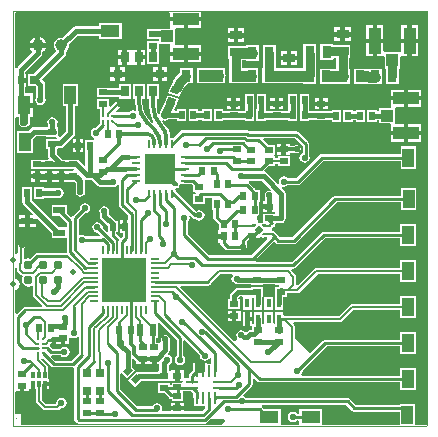
<source format=gtl>
G04 Layer_Physical_Order=1*
G04 Layer_Color=11767835*
%FSLAX43Y43*%
%MOMM*%
G71*
G01*
G75*
%ADD10C,0.254*%
%ADD11C,0.305*%
%ADD12C,0.508*%
%ADD13R,0.550X0.800*%
%ADD14R,0.400X0.800*%
%ADD15R,0.200X0.200*%
%ADD16C,0.200*%
%ADD17R,0.700X0.550*%
%ADD18R,0.500X0.700*%
%ADD19R,0.700X0.500*%
%ADD20R,1.000X1.600*%
%ADD21R,0.550X0.700*%
%ADD22O,0.200X0.800*%
%ADD23O,0.800X0.200*%
%ADD24R,3.700X3.700*%
%ADD25C,0.787*%
%ADD26R,1.000X0.600*%
%ADD27R,1.600X1.000*%
%ADD28R,0.250X1.000*%
%ADD29R,1.000X0.250*%
%ADD30R,0.700X0.800*%
G04:AMPARAMS|DCode=31|XSize=0.55mm|YSize=0.7mm|CornerRadius=0mm|HoleSize=0mm|Usage=FLASHONLY|Rotation=135.000|XOffset=0mm|YOffset=0mm|HoleType=Round|Shape=Rectangle|*
%AMROTATEDRECTD31*
4,1,4,0.442,0.053,-0.053,-0.442,-0.442,-0.053,0.053,0.442,0.442,0.053,0.0*
%
%ADD31ROTATEDRECTD31*%

%ADD32R,0.500X1.000*%
%ADD33R,0.700X0.900*%
%ADD34R,0.800X0.800*%
%ADD35R,2.600X2.600*%
%ADD36O,0.800X0.250*%
%ADD37O,0.250X0.800*%
G04:AMPARAMS|DCode=38|XSize=0.55mm|YSize=0.7mm|CornerRadius=0mm|HoleSize=0mm|Usage=FLASHONLY|Rotation=250.000|XOffset=0mm|YOffset=0mm|HoleType=Round|Shape=Rectangle|*
%AMROTATEDRECTD38*
4,1,4,-0.235,0.378,0.423,0.139,0.235,-0.378,-0.423,-0.139,-0.235,0.378,0.0*
%
%ADD38ROTATEDRECTD38*%

%ADD39R,0.800X1.000*%
%ADD40R,1.000X0.800*%
%ADD41R,1.050X1.000*%
%ADD42R,2.200X1.050*%
%ADD43R,1.000X1.050*%
%ADD44R,1.050X2.200*%
%ADD45R,0.300X0.520*%
%ADD46R,0.300X0.490*%
G04:AMPARAMS|DCode=47|XSize=0.1mm|YSize=0.05mm|CornerRadius=0mm|HoleSize=0mm|Usage=FLASHONLY|Rotation=225.000|XOffset=0mm|YOffset=0mm|HoleType=Round|Shape=Rectangle|*
%AMROTATEDRECTD47*
4,1,4,0.018,0.053,0.053,0.018,-0.018,-0.053,-0.053,-0.018,0.018,0.053,0.0*
%
%ADD47ROTATEDRECTD47*%

%ADD48R,0.260X0.080*%
%ADD49P,0.184X4X270.0*%
G04:AMPARAMS|DCode=50|XSize=0.255mm|YSize=0.03mm|CornerRadius=0mm|HoleSize=0mm|Usage=FLASHONLY|Rotation=225.000|XOffset=0mm|YOffset=0mm|HoleType=Round|Shape=Rectangle|*
%AMROTATEDRECTD50*
4,1,4,0.080,0.101,0.101,0.080,-0.080,-0.101,-0.101,-0.080,0.080,0.101,0.0*
%
%ADD50ROTATEDRECTD50*%

%ADD51R,0.360X0.030*%
%ADD52R,0.500X0.210*%
G04:AMPARAMS|DCode=53|XSize=0.255mm|YSize=0.03mm|CornerRadius=0mm|HoleSize=0mm|Usage=FLASHONLY|Rotation=135.000|XOffset=0mm|YOffset=0mm|HoleType=Round|Shape=Rectangle|*
%AMROTATEDRECTD53*
4,1,4,0.101,-0.080,0.080,-0.101,-0.101,0.080,-0.080,0.101,0.101,-0.080,0.0*
%
%ADD53ROTATEDRECTD53*%

G04:AMPARAMS|DCode=54|XSize=0.1mm|YSize=0.05mm|CornerRadius=0mm|HoleSize=0mm|Usage=FLASHONLY|Rotation=135.000|XOffset=0mm|YOffset=0mm|HoleType=Round|Shape=Rectangle|*
%AMROTATEDRECTD54*
4,1,4,0.053,-0.018,0.018,-0.053,-0.053,0.018,-0.018,0.053,0.053,-0.018,0.0*
%
%ADD54ROTATEDRECTD54*%

%ADD55P,0.679X4X90.0*%
%ADD56C,0.279*%
%ADD57C,0.203*%
%ADD58C,0.429*%
%ADD59C,0.457*%
%ADD60C,0.245*%
%ADD61C,0.381*%
%ADD62C,0.635*%
%ADD63C,0.762*%
%ADD64C,0.889*%
%ADD65C,1.016*%
%ADD66C,0.152*%
%ADD67C,0.100*%
%ADD68C,1.000*%
%ADD69C,0.500*%
%ADD70C,0.550*%
G36*
X36880Y44911D02*
Y44811D01*
X36900Y44712D01*
X36956Y44628D01*
X37203Y44381D01*
X37287Y44325D01*
X37292Y44324D01*
X37350Y44183D01*
X37332Y44155D01*
X37289Y43942D01*
X37332Y43729D01*
X37452Y43548D01*
X37633Y43428D01*
X37846Y43385D01*
X38059Y43428D01*
X38134Y43478D01*
X38261Y43410D01*
Y42767D01*
X38255Y42758D01*
X38235Y42659D01*
X38255Y42560D01*
X38311Y42476D01*
X39008Y41778D01*
X38960Y41661D01*
X37707D01*
X37701Y41665D01*
X37592Y41687D01*
X37483Y41665D01*
X37391Y41603D01*
X36868Y41081D01*
X36741Y41133D01*
X36741Y43076D01*
X36774Y43083D01*
X36942Y43195D01*
X37054Y43363D01*
X37094Y43561D01*
X37054Y43759D01*
X36942Y43927D01*
X36774Y44039D01*
X36741Y44046D01*
X36741Y44974D01*
X36753Y44982D01*
X36880Y44911D01*
D02*
G37*
G36*
X42159Y39138D02*
Y37736D01*
X41538Y37115D01*
X40104D01*
X39785Y37434D01*
X39837Y37561D01*
X40570D01*
X40586Y37538D01*
X40727Y37443D01*
X40894Y37410D01*
X41061Y37443D01*
X41202Y37538D01*
X41297Y37679D01*
X41330Y37846D01*
X41297Y38013D01*
X41202Y38154D01*
X41061Y38249D01*
X40894Y38282D01*
X40727Y38249D01*
X40586Y38154D01*
X40570Y38131D01*
X39869D01*
X39644Y38355D01*
X39641Y38477D01*
X39739Y38577D01*
X40005D01*
X40005Y38577D01*
X40005Y38577D01*
X40214D01*
Y38536D01*
X40576D01*
Y38989D01*
X40958D01*
Y38536D01*
X41320D01*
Y38995D01*
X41447Y39063D01*
X41515Y39018D01*
X41681Y38985D01*
X41848Y39018D01*
X41990Y39113D01*
X42032Y39176D01*
X42159Y39138D01*
D02*
G37*
G36*
X50394Y38872D02*
Y37487D01*
X50366Y37468D01*
X50271Y37327D01*
X50238Y37160D01*
X50271Y36993D01*
X50366Y36852D01*
X50507Y36758D01*
X50674Y36724D01*
X50841Y36758D01*
X50982Y36852D01*
X51077Y36993D01*
X51110Y37160D01*
X51077Y37327D01*
X50982Y37468D01*
X50954Y37487D01*
Y38811D01*
X51081Y38864D01*
X52376Y37569D01*
X52371Y37541D01*
X52404Y37374D01*
X52498Y37233D01*
X52640Y37139D01*
X52807Y37105D01*
X52973Y37139D01*
X53115Y37233D01*
X53196Y37354D01*
X53287Y37346D01*
X53323Y37333D01*
Y36855D01*
X52936D01*
Y36906D01*
X52798D01*
Y36202D01*
X52417D01*
Y36906D01*
X52298D01*
Y36202D01*
X51917D01*
Y36906D01*
X51779D01*
Y36277D01*
X51531Y36029D01*
X51469Y35936D01*
X51448Y35827D01*
X51448Y35827D01*
Y35745D01*
X51358Y35656D01*
X51150D01*
X51029Y35656D01*
X51023Y35780D01*
Y35780D01*
Y36293D01*
X50660D01*
Y35839D01*
Y35386D01*
X50902D01*
X50907D01*
X50917Y35369D01*
X50845Y35242D01*
X49967D01*
Y35083D01*
X49829D01*
Y35200D01*
X48824D01*
Y34345D01*
X49377D01*
X49760Y33962D01*
X49760Y33962D01*
X49853Y33900D01*
X49962Y33878D01*
X49967D01*
Y33694D01*
X50972D01*
Y34437D01*
Y34513D01*
X51644D01*
X51823Y34334D01*
Y33952D01*
X51830Y33915D01*
Y33300D01*
X52823D01*
Y33075D01*
X52553Y32805D01*
X51023D01*
Y32906D01*
X49917D01*
Y32805D01*
X49200D01*
X49132Y32932D01*
X49161Y33075D01*
X49128Y33242D01*
X49033Y33383D01*
X48892Y33478D01*
X48725Y33511D01*
X48558Y33478D01*
X48417Y33383D01*
X48322Y33242D01*
X48322Y33242D01*
X47038D01*
X45619Y34660D01*
Y35978D01*
X45737Y36027D01*
X46197Y35566D01*
X46908Y36277D01*
X46639Y36546D01*
Y37236D01*
X46756Y37285D01*
X46973Y37067D01*
X46996Y37053D01*
Y36783D01*
X47358D01*
Y37236D01*
X47739D01*
Y36783D01*
X48324D01*
Y37236D01*
X48704D01*
Y36783D01*
X48938D01*
Y36200D01*
X48824D01*
Y36161D01*
X47213D01*
X47064Y36131D01*
X47057Y36127D01*
X47010Y36174D01*
X46300Y35464D01*
X46904Y34859D01*
X47429Y35384D01*
X48824D01*
Y35345D01*
X49807D01*
X49828Y35345D01*
X49829D01*
X49939Y35386D01*
X49956Y35386D01*
X50279D01*
Y35839D01*
Y36293D01*
X49917D01*
Y36293D01*
X49820Y36217D01*
X49808Y36218D01*
X49715Y36296D01*
Y36745D01*
X49723Y36753D01*
X49748Y36758D01*
X49889Y36852D01*
X49983Y36993D01*
X50017Y37160D01*
X49983Y37327D01*
X49889Y37468D01*
X49748Y37563D01*
X49718Y37569D01*
X49676Y37707D01*
X49697Y37728D01*
X49697Y37728D01*
X49743Y37796D01*
X49773Y37841D01*
X49800Y37975D01*
Y38950D01*
X49773Y39084D01*
X49697Y39197D01*
X49584Y39273D01*
X49450Y39300D01*
X49316Y39273D01*
X49203Y39197D01*
X49127Y39084D01*
X49100Y38950D01*
Y38731D01*
X49016Y38639D01*
X48672D01*
Y39022D01*
X48789D01*
Y40297D01*
X48901Y40365D01*
X50394Y38872D01*
D02*
G37*
G36*
X50300Y52362D02*
X50474Y52187D01*
Y51888D01*
X50175D01*
X49987Y52075D01*
X49525D01*
X50300Y52500D01*
Y52362D01*
D02*
G37*
G36*
X58352Y51598D02*
X58290Y51481D01*
X58233Y51492D01*
X58084Y51463D01*
X57958Y51379D01*
X57874Y51253D01*
X57845Y51104D01*
Y50602D01*
X57697D01*
Y50340D01*
X58250D01*
Y50149D01*
X58440D01*
Y49696D01*
X58709D01*
X58728Y49670D01*
X58744Y49638D01*
X58747Y49624D01*
X58686Y49551D01*
X57748D01*
Y48898D01*
X57733Y48863D01*
X57665Y48786D01*
X57616Y48737D01*
X57492Y48729D01*
X57395Y48773D01*
X57391Y48769D01*
X57260Y48818D01*
X57227Y49305D01*
X57314Y49398D01*
X57402D01*
Y50402D01*
X57335D01*
Y50548D01*
X57477D01*
Y51552D01*
X57091D01*
X57032Y51656D01*
X57007Y51685D01*
X56986Y51717D01*
X56555Y52147D01*
X56500Y52185D01*
X56538Y52312D01*
X57639D01*
X58352Y51598D01*
D02*
G37*
G36*
X50847Y52057D02*
X51012D01*
X51022Y52055D01*
X51666D01*
X51822Y51900D01*
Y51373D01*
X51966D01*
X52034Y51246D01*
X52022Y51227D01*
X51822D01*
Y50373D01*
X52826D01*
Y50915D01*
X53360D01*
Y49844D01*
X53502D01*
Y49226D01*
X53502Y49226D01*
X53524Y49117D01*
X53586Y49025D01*
X53970Y48641D01*
Y48178D01*
X53919D01*
Y47815D01*
X54372D01*
Y47435D01*
X53919D01*
Y47072D01*
X54093D01*
X54109Y46992D01*
X54171Y46900D01*
X54510Y46560D01*
X54510Y46560D01*
X54603Y46498D01*
X54712Y46477D01*
X54712Y46477D01*
X56032D01*
X56141Y46498D01*
X56234Y46560D01*
X56296Y46652D01*
X56317Y46761D01*
Y47164D01*
X56529Y47376D01*
Y47821D01*
X56910D01*
Y47771D01*
X57135D01*
Y47731D01*
X57155D01*
Y47465D01*
X57203Y47513D01*
X57348D01*
X57348Y47513D01*
Y47513D01*
X57350Y47513D01*
X57395Y47519D01*
X57395Y47519D01*
X57463Y47552D01*
X57487Y47564D01*
X57614Y47562D01*
X57665Y47510D01*
X57680Y47525D01*
X57702Y47503D01*
X57763Y47564D01*
X57770D01*
X57820Y47514D01*
X57870Y47564D01*
X58056D01*
X58071Y47547D01*
X58087Y47520D01*
X58118Y47446D01*
X56707Y46035D01*
X53174D01*
X51339Y47870D01*
Y48825D01*
X51362Y48841D01*
X51457Y48982D01*
X51490Y49149D01*
X51457Y49316D01*
X51442Y49337D01*
X51541Y49418D01*
X51758Y49202D01*
X51758Y49202D01*
X51850Y49140D01*
X51959Y49118D01*
X51959Y49118D01*
X52000D01*
X52016Y49095D01*
X52157Y49000D01*
X52324Y48967D01*
X52491Y49000D01*
X52632Y49095D01*
X52727Y49236D01*
X52760Y49403D01*
X52727Y49570D01*
X52632Y49711D01*
X52491Y49806D01*
X52324Y49839D01*
X52157Y49806D01*
X52039Y49726D01*
X50305Y51460D01*
Y51515D01*
X50289Y51596D01*
X50338Y51687D01*
X50370Y51723D01*
X50474D01*
X50591Y51771D01*
X50639Y51888D01*
Y51992D01*
X50675Y52024D01*
X50766Y52073D01*
X50847Y52057D01*
D02*
G37*
G36*
X36913Y31750D02*
X36843D01*
Y32195D01*
X36842Y32194D01*
X36838Y32191D01*
X36833Y32186D01*
X36825Y32180D01*
X36816Y32173D01*
X36804Y32165D01*
X36791Y32156D01*
X36776Y32147D01*
X36775D01*
X36775Y32146D01*
X36770Y32143D01*
X36761Y32138D01*
X36752Y32133D01*
X36740Y32128D01*
X36728Y32122D01*
X36715Y32116D01*
X36703Y32111D01*
Y32179D01*
X36704D01*
X36705Y32180D01*
X36709Y32181D01*
X36713Y32184D01*
X36718Y32186D01*
X36724Y32189D01*
X36738Y32198D01*
X36754Y32207D01*
X36770Y32218D01*
X36788Y32231D01*
X36805Y32245D01*
X36806Y32246D01*
X36807Y32247D01*
X36809Y32250D01*
X36812Y32252D01*
X36820Y32260D01*
X36830Y32270D01*
X36840Y32282D01*
X36850Y32295D01*
X36859Y32308D01*
X36868Y32322D01*
X36913D01*
Y31750D01*
D02*
G37*
G36*
X71575Y31623D02*
X71575Y31623D01*
X70577D01*
Y33477D01*
X69273D01*
Y33360D01*
X65573D01*
X65081Y33851D01*
X64989Y33913D01*
X64880Y33935D01*
X64880Y33935D01*
X56265D01*
X56233Y33983D01*
X56092Y34078D01*
X56073Y34081D01*
X56031Y34219D01*
X56755Y34943D01*
X56755Y34943D01*
X56816Y35035D01*
X56838Y35144D01*
Y35583D01*
X56955Y35631D01*
X57228Y35359D01*
X57228Y35359D01*
X57320Y35297D01*
X57429Y35275D01*
X57429Y35275D01*
X69348D01*
Y34598D01*
X70652D01*
Y36502D01*
X69348D01*
Y35845D01*
X61010D01*
X60961Y35972D01*
X61032Y36079D01*
X61066Y36246D01*
X61060Y36273D01*
X63110Y38323D01*
X69348D01*
Y37648D01*
X70652D01*
Y39552D01*
X69348D01*
Y38893D01*
X62992D01*
X62992Y38893D01*
X62883Y38871D01*
X62791Y38809D01*
X62791Y38809D01*
X61728Y37747D01*
X60432Y39043D01*
Y39980D01*
X60412Y40079D01*
X60356Y40163D01*
X60244Y40274D01*
X60293Y40391D01*
X64247D01*
X64346Y40411D01*
X64430Y40467D01*
X65360Y41397D01*
X69350D01*
Y40704D01*
X70655D01*
Y42608D01*
X69350D01*
Y41915D01*
X65253D01*
X65153Y41895D01*
X65069Y41839D01*
X64140Y40909D01*
X59617D01*
X59611Y40914D01*
X59502Y40935D01*
X59437D01*
Y41203D01*
X58732D01*
Y40252D01*
X58692Y40219D01*
X58538Y40257D01*
X58537Y40261D01*
X58537Y40261D01*
Y41203D01*
X57832D01*
Y40253D01*
X57828Y40237D01*
X57815Y40224D01*
X57687Y40190D01*
X57637Y40236D01*
Y41203D01*
X56932D01*
Y40257D01*
X56918Y40234D01*
X56847Y40237D01*
X56787Y40283D01*
Y40460D01*
X56575D01*
Y40047D01*
X56673D01*
X56710Y40047D01*
X56710D01*
X56728Y40047D01*
X56730D01*
X56730D01*
X56744D01*
X56750D01*
X56769D01*
X56786D01*
X56787Y40047D01*
X56787D01*
X56787Y40047D01*
X56787Y40047D01*
Y40047D01*
X56788Y40046D01*
X56791Y40014D01*
X56800Y39925D01*
Y39677D01*
X56603D01*
X56603Y39677D01*
X56469Y39651D01*
X56355Y39575D01*
X56316Y39536D01*
X56190Y39548D01*
X56183Y39558D01*
X56042Y39653D01*
X55875Y39686D01*
X55708Y39653D01*
X55567Y39558D01*
X55472Y39417D01*
X55439Y39250D01*
X55472Y39083D01*
X55526Y39003D01*
X55492Y38851D01*
X55286Y38766D01*
X50711Y43340D01*
X50760Y43457D01*
X53017D01*
X53126Y43479D01*
X53218Y43541D01*
X53280Y43633D01*
X53282Y43640D01*
X54082Y44441D01*
X55080D01*
X55137Y44314D01*
X55072Y44217D01*
X55039Y44050D01*
X55072Y43883D01*
X55167Y43742D01*
X55308Y43647D01*
X55357Y43638D01*
X55425Y43593D01*
X55574Y43563D01*
X56673D01*
Y43524D01*
X57678D01*
Y43563D01*
X58705D01*
Y43524D01*
X59035D01*
X59079Y43397D01*
X59056Y43379D01*
X58705D01*
Y42524D01*
X58705D01*
X58732Y42503D01*
Y41398D01*
X59437D01*
Y42503D01*
X59555Y42524D01*
X59710D01*
Y42794D01*
X60579D01*
X60678Y42814D01*
X60762Y42870D01*
X62333Y44441D01*
X69348D01*
Y43748D01*
X70652D01*
Y45652D01*
X69348D01*
Y44959D01*
X62226D01*
X62127Y44939D01*
X62043Y44883D01*
X60660Y43500D01*
X60533Y43553D01*
Y44221D01*
X60513Y44321D01*
X60457Y44405D01*
X60099Y44763D01*
X60151Y44890D01*
X60275D01*
X60275Y44890D01*
X60384Y44912D01*
X60476Y44974D01*
X62969Y47466D01*
X69348Y47464D01*
Y46796D01*
X70652D01*
Y48701D01*
X69348D01*
Y48124D01*
X69258Y48034D01*
X62851Y48036D01*
X62851Y48036D01*
X62851Y48036D01*
X62794Y48025D01*
X62742Y48014D01*
X62742Y48014D01*
X62742Y48014D01*
X62696Y47983D01*
X62650Y47953D01*
X62650Y47953D01*
X62650Y47953D01*
X60157Y45460D01*
X57117D01*
X57065Y45587D01*
X58682Y47204D01*
X58813Y47074D01*
X58813Y47074D01*
X58906Y47012D01*
X59015Y46990D01*
X59015Y46990D01*
X60300D01*
X60300Y46990D01*
X60409Y47012D01*
X60501Y47074D01*
X63943Y50515D01*
X69398D01*
Y49848D01*
X70702D01*
Y51752D01*
X69398D01*
Y51085D01*
X63825D01*
X63825Y51085D01*
X63716Y51063D01*
X63624Y51001D01*
X63624Y51001D01*
X60182Y47560D01*
X59133D01*
X58964Y47728D01*
X58963Y47734D01*
X58901Y47826D01*
X58901Y47826D01*
X58705Y48023D01*
X58613Y48084D01*
X58514Y48104D01*
X58484Y48182D01*
X58472Y48229D01*
Y48331D01*
X58602Y48460D01*
X58609Y48462D01*
X58701Y48524D01*
X58763Y48616D01*
X58785Y48725D01*
X58814Y48761D01*
X59250D01*
X59399Y48790D01*
X59525Y48874D01*
X59609Y49000D01*
X59638Y49149D01*
Y51250D01*
X59609Y51399D01*
X59525Y51525D01*
X59305Y51744D01*
X59368Y51861D01*
X59487Y51837D01*
X59654Y51871D01*
X59795Y51965D01*
X59810Y51988D01*
X60655D01*
X60655Y51988D01*
X60764Y52010D01*
X60857Y52072D01*
X62800Y54015D01*
X69373D01*
Y53348D01*
X70677D01*
Y55252D01*
X69373D01*
Y54585D01*
X62682D01*
X62682Y54585D01*
X62573Y54563D01*
X62481Y54501D01*
X60537Y52558D01*
X59810D01*
X59795Y52581D01*
X59654Y52676D01*
X59487Y52709D01*
X59320Y52676D01*
X59179Y52581D01*
X59084Y52440D01*
X59051Y52273D01*
X59075Y52154D01*
X58958Y52092D01*
X58070Y52980D01*
X57944Y53064D01*
X57868Y53079D01*
X57827Y53217D01*
X58157Y53548D01*
X58684D01*
Y53732D01*
X58950D01*
Y53589D01*
X59954D01*
Y54393D01*
X58950D01*
Y54250D01*
X58684D01*
Y54402D01*
X58650D01*
Y54548D01*
X58684D01*
Y55402D01*
X58157D01*
X57726Y55833D01*
X57775Y55951D01*
X60410D01*
X61056Y55305D01*
Y54701D01*
X60917Y54608D01*
X60822Y54467D01*
X60789Y54300D01*
X60822Y54133D01*
X60917Y53992D01*
X61058Y53897D01*
X61225Y53864D01*
X61392Y53897D01*
X61533Y53992D01*
X61628Y54133D01*
X61661Y54300D01*
X61628Y54467D01*
X61626Y54469D01*
Y55423D01*
X61604Y55532D01*
X61542Y55624D01*
X61542Y55624D01*
X60730Y56437D01*
X60637Y56499D01*
X60528Y56520D01*
X60528Y56520D01*
X56533D01*
X56519Y56535D01*
X56426Y56596D01*
X56317Y56618D01*
X56317Y56618D01*
X50915D01*
X50806Y56596D01*
X50714Y56535D01*
X50714Y56535D01*
X50145Y55966D01*
X50130Y55976D01*
X50022Y55998D01*
X49959Y55985D01*
X49846Y56049D01*
X49826Y56070D01*
X49803Y56296D01*
X49711Y56601D01*
X49560Y56883D01*
X49358Y57129D01*
X49358Y57129D01*
X49275Y57222D01*
X49163Y57358D01*
X49235Y57470D01*
X49374Y57434D01*
X49559Y57459D01*
X49694Y57538D01*
X50423D01*
Y57373D01*
X51227D01*
Y58377D01*
X50423D01*
Y58286D01*
X50238D01*
X50170Y58394D01*
X50223Y58502D01*
X50285Y58480D01*
X50577Y59283D01*
X49633Y59627D01*
X49419Y59039D01*
X48972Y58122D01*
X48948Y58029D01*
X48816Y58027D01*
X48743Y58268D01*
X48701Y58691D01*
X48704Y58704D01*
Y59294D01*
X48895D01*
Y60499D01*
X47891D01*
Y59294D01*
X48082D01*
Y58704D01*
X48079D01*
X48115Y58258D01*
X48219Y57822D01*
X48390Y57409D01*
X48428Y57347D01*
X48328Y57268D01*
X48157Y57439D01*
X48145Y57446D01*
X47876Y57774D01*
X47670Y58160D01*
X47543Y58579D01*
X47501Y59002D01*
X47504Y59015D01*
Y59294D01*
X47695D01*
Y60499D01*
X46691D01*
Y59294D01*
X46882D01*
Y59015D01*
X46879D01*
X46915Y58569D01*
X46974Y58322D01*
X46862Y58244D01*
X46845Y58256D01*
X46678Y58289D01*
X46511Y58256D01*
X46370Y58161D01*
X46363Y58151D01*
X45278D01*
X45229Y58268D01*
X45579Y58618D01*
X45635Y58702D01*
X45655Y58801D01*
X45635Y58900D01*
X45579Y58984D01*
X45495Y59040D01*
X45396Y59060D01*
X45297Y59040D01*
X45213Y58984D01*
X44816Y58587D01*
X44698Y58636D01*
Y59219D01*
X43694D01*
Y58415D01*
X43899D01*
Y57804D01*
X43906Y57771D01*
Y57552D01*
Y57437D01*
X43899Y57404D01*
Y57218D01*
X43491Y56810D01*
X43394Y56791D01*
X43253Y56696D01*
X43158Y56555D01*
X43125Y56388D01*
X43158Y56221D01*
X43253Y56080D01*
X43335Y56025D01*
X43374Y55880D01*
X43370Y55861D01*
X43342Y55824D01*
X42651D01*
Y54819D01*
X42665D01*
Y53674D01*
X42547Y53625D01*
X42177Y53996D01*
X42158Y54008D01*
Y54123D01*
X41269D01*
X41154Y54123D01*
X41154Y54123D01*
X41142D01*
Y54123D01*
X41142Y54123D01*
X40787D01*
X40266Y54644D01*
Y55046D01*
X40380D01*
Y55111D01*
X40513D01*
X40662Y55140D01*
X40788Y55224D01*
X41498Y55934D01*
X41558Y55889D01*
X41577Y55874D01*
X41579Y55872D01*
X41590Y55864D01*
X41593Y55862D01*
X41600Y55857D01*
Y55834D01*
X41600Y55755D01*
Y55749D01*
Y55749D01*
Y55512D01*
X41862D01*
Y55874D01*
X41725D01*
X41725D01*
X41720Y55874D01*
X41640Y55874D01*
X41617D01*
X41612Y55882D01*
X41610Y55884D01*
X41602Y55895D01*
X41600Y55897D01*
X41585Y55917D01*
X41540Y55977D01*
X41677Y56113D01*
X41761Y56239D01*
X41790Y56388D01*
Y58636D01*
X42054D01*
Y60541D01*
X40750D01*
Y58636D01*
X41014D01*
Y56549D01*
X40505Y56040D01*
X40465Y56058D01*
X40456Y56062D01*
D01*
X40440Y56069D01*
X40415Y56080D01*
X40396Y56089D01*
X40393Y56090D01*
X40388Y56092D01*
X40380Y56095D01*
Y56097D01*
Y56112D01*
X40380Y56153D01*
Y56161D01*
Y56161D01*
Y56901D01*
X40266D01*
Y57089D01*
X40281Y57110D01*
X40314Y57277D01*
X40281Y57444D01*
X40186Y57585D01*
X40045Y57680D01*
X39878Y57713D01*
X39711Y57680D01*
X39570Y57585D01*
X39475Y57444D01*
X39442Y57277D01*
X39475Y57110D01*
X39490Y57089D01*
Y56901D01*
X39376D01*
Y56887D01*
X38338D01*
X38189Y56858D01*
X38063Y56774D01*
X37842Y56552D01*
X36898D01*
Y54648D01*
X38202D01*
Y55814D01*
X38499Y56111D01*
X39376D01*
Y56046D01*
X40200D01*
X40268Y55923D01*
X40268Y55919D01*
X40257Y55901D01*
X39376D01*
Y55046D01*
X39490D01*
Y54483D01*
X39519Y54334D01*
X39575Y54250D01*
X39519Y54123D01*
X39237D01*
X39122Y54123D01*
X39122Y54123D01*
X39110D01*
Y54123D01*
X39110Y54123D01*
X38106D01*
Y53319D01*
X38995D01*
X39110Y53319D01*
X39110Y53319D01*
X39122D01*
Y53319D01*
X39122Y53319D01*
X40011D01*
X40126Y53319D01*
X40126Y53319D01*
X40138D01*
Y53319D01*
X40138Y53319D01*
X41027D01*
X41142Y53319D01*
X41142Y53319D01*
X41154D01*
Y53319D01*
X41154Y53319D01*
X41656D01*
X41667Y53301D01*
X41600Y53174D01*
X40831D01*
Y52721D01*
Y52265D01*
X41699D01*
X41836Y52128D01*
Y51400D01*
X41867Y51241D01*
X41957Y51107D01*
X42091Y51017D01*
X42250Y50986D01*
X42409Y51017D01*
X42543Y51107D01*
X42633Y51241D01*
X42664Y51400D01*
Y52300D01*
X42656Y52341D01*
X42764Y52449D01*
X42791Y52444D01*
X43146D01*
X43645Y51945D01*
X43771Y51861D01*
X43919Y51831D01*
X43947Y51837D01*
X44837D01*
X44858Y51822D01*
X45025Y51789D01*
X45192Y51822D01*
X45333Y51917D01*
X45384Y51993D01*
X45511Y51955D01*
Y50317D01*
X45511Y50317D01*
X45533Y50208D01*
X45595Y50116D01*
X46295Y49416D01*
Y49016D01*
X46215D01*
Y48463D01*
X46025D01*
Y48273D01*
X45572D01*
Y47910D01*
X45816D01*
Y47622D01*
X45724Y47532D01*
X45581Y47537D01*
X45567Y47546D01*
X45279Y47834D01*
X45294Y47961D01*
X45427D01*
Y48966D01*
X45208D01*
X44663Y49510D01*
Y49562D01*
X44678Y49583D01*
X44711Y49750D01*
X44678Y49917D01*
X44583Y50058D01*
X44442Y50153D01*
X44275Y50186D01*
X44108Y50153D01*
X43967Y50058D01*
X43872Y49917D01*
X43839Y49750D01*
X43872Y49583D01*
X43887Y49562D01*
Y49349D01*
X43916Y49201D01*
X44000Y49075D01*
X44622Y48453D01*
Y48037D01*
X44495Y47985D01*
X44119Y48361D01*
X44124Y48387D01*
X44091Y48554D01*
X43996Y48695D01*
X43855Y48790D01*
X43688Y48823D01*
X43521Y48790D01*
X43380Y48695D01*
X43285Y48554D01*
X43252Y48387D01*
X43285Y48220D01*
X43380Y48079D01*
X43521Y47984D01*
X43688Y47951D01*
X43717Y47957D01*
X43920Y47754D01*
X43868Y47627D01*
X42691D01*
X42675Y47650D01*
X42534Y47745D01*
X42367Y47778D01*
X42225Y47750D01*
X42098Y47817D01*
Y49045D01*
X42623Y49570D01*
X42650Y49564D01*
X42817Y49597D01*
X42958Y49692D01*
X43053Y49833D01*
X43086Y50000D01*
X43053Y50167D01*
X42958Y50308D01*
X42817Y50403D01*
X42650Y50436D01*
X42483Y50403D01*
X42342Y50308D01*
X42247Y50167D01*
X42214Y50000D01*
X42220Y49973D01*
X41611Y49364D01*
X41578Y49315D01*
X41432Y49282D01*
X41118Y49595D01*
Y50297D01*
X39814D01*
Y49393D01*
X40516D01*
X41115Y48793D01*
Y48397D01*
X40417D01*
X38157Y50658D01*
X38146Y50780D01*
X38146Y50780D01*
X38146Y50780D01*
Y51785D01*
X37292D01*
Y50780D01*
X37331D01*
Y50546D01*
X37360Y50397D01*
X37444Y50271D01*
X38200Y49516D01*
X38151Y49398D01*
X37957D01*
Y49085D01*
X38481D01*
X38587Y49129D01*
X39814Y47902D01*
Y47493D01*
X41115D01*
Y46270D01*
X41115Y46270D01*
X41106Y46259D01*
X38608D01*
X38608Y46259D01*
X38499Y46237D01*
X38407Y46175D01*
X37974Y45743D01*
X37846Y45769D01*
X37633Y45726D01*
X37571Y45685D01*
X37444Y45753D01*
Y46629D01*
X37521Y46705D01*
X37577Y46789D01*
X37597Y46888D01*
X37577Y46988D01*
X37521Y47072D01*
X37437Y47128D01*
X37338Y47147D01*
X37239Y47128D01*
X37155Y47072D01*
X37002Y46919D01*
X36946Y46835D01*
X36927Y46736D01*
Y46183D01*
X36800Y46108D01*
X36741Y46140D01*
X36741Y57618D01*
X36868Y57722D01*
X37021D01*
Y57350D01*
X37057Y57167D01*
X37161Y57011D01*
X37317Y56907D01*
X37500Y56871D01*
X37683Y56907D01*
X37839Y57011D01*
X37943Y57167D01*
X37979Y57350D01*
Y57722D01*
X38203D01*
Y58535D01*
X37500D01*
Y58916D01*
X38203D01*
Y59728D01*
X37599D01*
Y60280D01*
X37664D01*
Y60643D01*
X37211D01*
Y61023D01*
X37664D01*
Y61386D01*
X37599D01*
Y61561D01*
X38908Y62870D01*
X38992Y62996D01*
X39022Y63144D01*
Y63217D01*
X39135Y63303D01*
X39248Y63450D01*
X39316Y63614D01*
X37951D01*
X38019Y63450D01*
X38132Y63303D01*
X38139Y63199D01*
X36936Y61997D01*
X36868Y61894D01*
X36750Y61912D01*
X36741Y61915D01*
X36741Y66560D01*
X36831Y66650D01*
X49786D01*
X49876Y66560D01*
Y66232D01*
X52483D01*
Y66650D01*
X71575D01*
Y31623D01*
D02*
G37*
G36*
X65254Y32874D02*
X65254Y32874D01*
X65346Y32812D01*
X65455Y32790D01*
X65455Y32790D01*
X69273D01*
Y31623D01*
X62802D01*
X62700Y31682D01*
X62700Y31750D01*
Y32987D01*
X60795D01*
Y32614D01*
X60576D01*
X60557Y32642D01*
X60416Y32737D01*
X60249Y32770D01*
X60082Y32737D01*
X59941Y32642D01*
X59846Y32501D01*
X59813Y32334D01*
X59846Y32167D01*
X59941Y32026D01*
X60082Y31932D01*
X60249Y31898D01*
X60416Y31932D01*
X60557Y32026D01*
X60576Y32054D01*
X60705D01*
X60795Y31964D01*
Y31750D01*
X60795Y31682D01*
X60692Y31623D01*
X60692Y31623D01*
X59287D01*
X59195Y31707D01*
Y33012D01*
X57834D01*
X57648Y33198D01*
X57588Y33238D01*
X57624Y33365D01*
X64762D01*
X65254Y32874D01*
D02*
G37*
G36*
X39785Y36629D02*
X39785Y36629D01*
X39877Y36567D01*
X39986Y36545D01*
X41656D01*
X41656Y36545D01*
X41727Y36430D01*
Y32207D01*
X41727Y32207D01*
X41748Y32098D01*
X41810Y32006D01*
X41967Y31849D01*
X41967Y31849D01*
X42060Y31787D01*
X42169Y31765D01*
X42169Y31765D01*
X52775D01*
X52775Y31765D01*
X52884Y31787D01*
X52976Y31849D01*
X53253Y32125D01*
X54420D01*
X54473Y31998D01*
X54200Y31725D01*
Y31725D01*
X54122Y31623D01*
X37192D01*
Y32601D01*
X36741D01*
X36741Y34429D01*
X36868Y34548D01*
X37122D01*
Y35001D01*
X37503D01*
Y34548D01*
X37866D01*
Y34552D01*
X37872Y34677D01*
X37993Y34677D01*
X38035D01*
Y35140D01*
X38416D01*
Y34677D01*
X38476D01*
Y33692D01*
X38496Y33593D01*
X38552Y33509D01*
X39046Y33015D01*
X39130Y32959D01*
X39229Y32939D01*
X40310D01*
X40409Y32959D01*
X40493Y33015D01*
X40582Y33104D01*
X40640Y33092D01*
X40807Y33125D01*
X40948Y33220D01*
X41043Y33361D01*
X41076Y33528D01*
X41043Y33695D01*
X40948Y33836D01*
X40807Y33931D01*
X40640Y33964D01*
X40473Y33931D01*
X40332Y33836D01*
X40237Y33695D01*
X40204Y33528D01*
X40089Y33457D01*
X39336D01*
X38994Y33799D01*
Y34692D01*
X39035D01*
Y35140D01*
X39225D01*
Y35331D01*
X39578D01*
Y35588D01*
X39527D01*
Y36307D01*
X39484D01*
Y36569D01*
X39464Y36668D01*
X39408Y36752D01*
X38951Y37209D01*
X38959Y37274D01*
X39093Y37320D01*
X39785Y36629D01*
D02*
G37*
%LPC*%
G36*
X61627Y59652D02*
X60823D01*
Y58648D01*
X60837D01*
Y58377D01*
X60823D01*
Y57373D01*
X61627D01*
Y57487D01*
X62123D01*
Y57448D01*
X63127D01*
Y57487D01*
X63523D01*
Y57348D01*
X64327D01*
Y58352D01*
X63523D01*
Y58263D01*
X61627D01*
Y58377D01*
X61613D01*
Y58648D01*
X61627D01*
Y59652D01*
D02*
G37*
G36*
X42506Y55131D02*
X42243D01*
Y54768D01*
X42506D01*
Y55131D01*
D02*
G37*
G36*
X41862D02*
X41600D01*
Y54768D01*
X41862D01*
Y55131D01*
D02*
G37*
G36*
X57977Y59702D02*
X57173D01*
Y58698D01*
X57187D01*
Y58377D01*
X57148D01*
Y57373D01*
X57952D01*
Y57487D01*
X58373D01*
Y57473D01*
X59377D01*
Y57487D01*
X59823D01*
Y57373D01*
X60627D01*
Y58377D01*
X60613D01*
Y58648D01*
X60627D01*
Y59652D01*
X59823D01*
Y58648D01*
X59837D01*
Y58377D01*
X59823D01*
Y58263D01*
X59377D01*
Y58277D01*
X58373D01*
Y58263D01*
X57963D01*
Y58698D01*
X57977D01*
Y59702D01*
D02*
G37*
G36*
X71128Y57103D02*
X70016D01*
Y56565D01*
X71128D01*
Y57103D01*
D02*
G37*
G36*
Y56185D02*
X70016D01*
Y55647D01*
X71128D01*
Y56185D01*
D02*
G37*
G36*
X69634D02*
X68522D01*
Y55647D01*
X69634D01*
Y56185D01*
D02*
G37*
G36*
X59262Y55444D02*
X58899D01*
Y55181D01*
X59262D01*
Y55444D01*
D02*
G37*
G36*
X42243Y55874D02*
Y55512D01*
X42506D01*
Y55874D01*
X42243D01*
D02*
G37*
G36*
X69634Y59134D02*
X68522D01*
Y58629D01*
X68522Y58597D01*
X68443Y58502D01*
X67523D01*
Y58224D01*
X67352D01*
Y58352D01*
X66548D01*
Y57348D01*
X67352D01*
Y57476D01*
X67523D01*
Y57198D01*
X68443D01*
X68522Y57103D01*
X68522Y57071D01*
Y56565D01*
X69634D01*
Y57103D01*
X68956D01*
X68956Y57103D01*
X68877Y57198D01*
X68877Y57230D01*
Y58470D01*
X68877Y58502D01*
X68956Y58597D01*
X69634D01*
Y59134D01*
D02*
G37*
G36*
X59428Y58685D02*
X59065D01*
Y58422D01*
X59428D01*
Y58685D01*
D02*
G37*
G36*
X58685D02*
X58322D01*
Y58422D01*
X58685D01*
Y58685D01*
D02*
G37*
G36*
X55778D02*
X55416D01*
Y58422D01*
X55778D01*
Y58685D01*
D02*
G37*
G36*
X71128Y59134D02*
X70016D01*
Y58597D01*
X71128D01*
Y59134D01*
D02*
G37*
G36*
X62435Y59303D02*
X62072D01*
Y59041D01*
X62435D01*
Y59303D01*
D02*
G37*
G36*
X63178D02*
X62815D01*
Y59041D01*
X63178D01*
Y59303D01*
D02*
G37*
G36*
X56977Y59702D02*
X56173D01*
Y58698D01*
X56187D01*
Y58377D01*
X56148D01*
Y58263D01*
X55727D01*
Y58277D01*
X54723D01*
Y58263D01*
X54352D01*
Y58377D01*
X53548D01*
Y57373D01*
X54352D01*
Y57487D01*
X54723D01*
Y57473D01*
X55727D01*
Y57487D01*
X56148D01*
Y57373D01*
X56952D01*
Y57844D01*
X56963Y57900D01*
Y58698D01*
X56977D01*
Y59702D01*
D02*
G37*
G36*
X53352Y58377D02*
X52548D01*
Y58263D01*
X52227D01*
Y58377D01*
X51423D01*
Y57373D01*
X52227D01*
Y57487D01*
X52548D01*
Y57373D01*
X53352D01*
Y58377D01*
D02*
G37*
G36*
X66352Y58352D02*
X65548D01*
Y58238D01*
X65327D01*
Y58352D01*
X64523D01*
Y57348D01*
X65327D01*
Y57462D01*
X65548D01*
Y57348D01*
X66352D01*
Y58352D01*
D02*
G37*
G36*
X55035Y58685D02*
X54672D01*
Y58422D01*
X55035D01*
Y58685D01*
D02*
G37*
G36*
X63178Y58660D02*
X62815D01*
Y58397D01*
X63178D01*
Y58660D01*
D02*
G37*
G36*
X62435D02*
X62072D01*
Y58397D01*
X62435D01*
Y58660D01*
D02*
G37*
G36*
X55080Y41347D02*
X54717D01*
Y41084D01*
X55080D01*
Y41347D01*
D02*
G37*
G36*
X56787Y41254D02*
X56575D01*
Y40841D01*
X56787D01*
Y41254D01*
D02*
G37*
G36*
X58537Y42503D02*
X57832D01*
Y41398D01*
X58537D01*
Y42503D01*
D02*
G37*
G36*
X37576Y48704D02*
X37063D01*
Y48392D01*
X37576D01*
Y48704D01*
D02*
G37*
G36*
X57678Y43379D02*
X56673D01*
Y43294D01*
X55619D01*
X55619Y43294D01*
X55485Y43267D01*
X55372Y43191D01*
X55372Y43191D01*
X55023Y42843D01*
X54947Y42730D01*
X54921Y42596D01*
Y42296D01*
X54768D01*
Y41492D01*
X55773D01*
Y42296D01*
X55620D01*
Y42451D01*
X55764Y42595D01*
X55947D01*
X56032Y42503D01*
X56032Y42468D01*
Y41398D01*
X56737D01*
Y42397D01*
Y42436D01*
X56838Y42493D01*
X56932Y42438D01*
Y41398D01*
X57637D01*
Y42503D01*
X57678Y42524D01*
X57678D01*
Y43379D01*
D02*
G37*
G36*
X55824Y41347D02*
X55461D01*
Y40894D01*
Y40441D01*
X55824D01*
Y41347D01*
D02*
G37*
G36*
X51023Y33549D02*
X50660D01*
Y33287D01*
X51023D01*
Y33549D01*
D02*
G37*
G36*
X50279D02*
X49917D01*
Y33287D01*
X50279D01*
Y33549D01*
D02*
G37*
G36*
X39578Y34950D02*
X39416D01*
Y34692D01*
X39578D01*
Y34950D01*
D02*
G37*
G36*
X55080Y40703D02*
X54717D01*
Y40441D01*
X55080D01*
Y40703D01*
D02*
G37*
G36*
X56194Y41254D02*
X55981D01*
Y40047D01*
X56194D01*
Y40650D01*
Y41254D01*
D02*
G37*
G36*
X38417Y52530D02*
X38055D01*
Y52268D01*
X38417D01*
Y52530D01*
D02*
G37*
G36*
X40450Y53174D02*
X39814D01*
Y52721D01*
Y52265D01*
X40450D01*
Y52721D01*
Y53174D01*
D02*
G37*
G36*
X38417D02*
X38055D01*
Y52911D01*
X38417D01*
Y53174D01*
D02*
G37*
G36*
X60005Y55444D02*
X59643D01*
Y54991D01*
Y54538D01*
X60005D01*
Y54680D01*
X60528D01*
X60647Y54704D01*
X60748Y54771D01*
X60799Y54822D01*
X60866Y54923D01*
X60890Y55042D01*
X60866Y55161D01*
X60799Y55262D01*
X60698Y55329D01*
X60579Y55353D01*
X60460Y55329D01*
X60419Y55302D01*
X60005D01*
Y55444D01*
D02*
G37*
G36*
X59262Y54800D02*
X58899D01*
Y54538D01*
X59262D01*
Y54800D01*
D02*
G37*
G36*
X39433Y53174D02*
X38799D01*
Y52721D01*
Y52265D01*
X39433D01*
Y52721D01*
Y53174D01*
D02*
G37*
G36*
X45834Y49016D02*
X45572D01*
Y48654D01*
X45834D01*
Y49016D01*
D02*
G37*
G36*
X38469Y48704D02*
X37957D01*
Y48392D01*
X38469D01*
Y48704D01*
D02*
G37*
G36*
X37576Y49398D02*
X37063D01*
Y49085D01*
X37576D01*
Y49398D01*
D02*
G37*
G36*
X39146Y51785D02*
X38292D01*
Y50780D01*
X39146D01*
Y50920D01*
X40198D01*
X40219Y50905D01*
X40386Y50872D01*
X40553Y50905D01*
X40694Y51000D01*
X40789Y51141D01*
X40822Y51308D01*
X40789Y51475D01*
X40694Y51616D01*
X40553Y51711D01*
X40386Y51744D01*
X40219Y51711D01*
X40198Y51696D01*
X39146D01*
Y51785D01*
D02*
G37*
G36*
X58060Y49958D02*
X57697D01*
Y49696D01*
X58060D01*
Y49958D01*
D02*
G37*
G36*
X57342Y63802D02*
X56238D01*
Y63759D01*
X56075D01*
Y63773D01*
X54770D01*
Y62668D01*
X54866D01*
Y61902D01*
X54858D01*
Y60598D01*
X55962D01*
Y60631D01*
X56223D01*
Y60598D01*
X57327D01*
Y61902D01*
X56223D01*
Y61848D01*
X55962D01*
Y61902D01*
X55954D01*
Y62541D01*
X56238D01*
Y62498D01*
X57342D01*
Y63101D01*
X57352Y63150D01*
X57342Y63199D01*
Y63802D01*
D02*
G37*
G36*
X46640Y63450D02*
X46593D01*
X46546D01*
X46513Y63450D01*
X46183D01*
Y62796D01*
Y62143D01*
X46513D01*
X46546Y62143D01*
X46593D01*
X46640D01*
X46673Y62143D01*
X47002D01*
Y62796D01*
Y63450D01*
X46673D01*
X46640Y63450D01*
D02*
G37*
G36*
X52483Y63820D02*
X51370D01*
Y63282D01*
X52483D01*
Y63820D01*
D02*
G37*
G36*
X55232Y64465D02*
X54720D01*
Y64052D01*
X55232D01*
Y64465D01*
D02*
G37*
G36*
X38824Y64487D02*
Y63995D01*
X39316D01*
X39248Y64159D01*
X39135Y64306D01*
X38988Y64419D01*
X38824Y64487D01*
D02*
G37*
G36*
X38443D02*
X38279Y64419D01*
X38132Y64306D01*
X38019Y64159D01*
X37951Y63995D01*
X38443D01*
Y64487D01*
D02*
G37*
G36*
X50989Y65851D02*
X49876D01*
Y65346D01*
X49876Y65314D01*
X49798Y65219D01*
X48877D01*
Y65159D01*
X48387D01*
X48327Y65147D01*
X47885D01*
Y64342D01*
X48327D01*
X48387Y64330D01*
X48877D01*
Y64147D01*
X47885D01*
Y63342D01*
X47891D01*
Y62194D01*
X48895D01*
Y63399D01*
X48889D01*
Y63914D01*
X49798D01*
X49798Y63914D01*
X49876Y63820D01*
X49876Y63787D01*
Y63282D01*
X50989D01*
Y63820D01*
X50311D01*
X50232Y63914D01*
X50232Y63947D01*
Y65187D01*
X50232Y65219D01*
X50311Y65314D01*
X50989D01*
Y65851D01*
D02*
G37*
G36*
X60622Y63328D02*
X60109D01*
Y62916D01*
X60622D01*
Y63328D01*
D02*
G37*
G36*
X59728D02*
X59215D01*
Y62916D01*
X59728D01*
Y63328D01*
D02*
G37*
G36*
X70859Y63994D02*
X70322D01*
Y62881D01*
X70859D01*
Y63994D01*
D02*
G37*
G36*
X69941D02*
X69403D01*
Y63315D01*
X69309Y63237D01*
X69276Y63237D01*
X68036D01*
X68004Y63237D01*
X67909Y63315D01*
Y63994D01*
X67372D01*
Y62881D01*
X67877D01*
X67909Y62881D01*
X68004Y62802D01*
Y61882D01*
X68004D01*
X68098Y61827D01*
Y60523D01*
X69202D01*
Y61827D01*
X69307Y61882D01*
X69309D01*
Y62802D01*
X69309Y62802D01*
X69403Y62881D01*
X69436Y62881D01*
X69941D01*
Y63994D01*
D02*
G37*
G36*
X47383Y63450D02*
Y62987D01*
X47746D01*
Y63450D01*
X47383D01*
D02*
G37*
G36*
X45803D02*
X45440D01*
Y62987D01*
X45803D01*
Y63450D01*
D02*
G37*
G36*
X56126Y65259D02*
X55613D01*
Y64846D01*
X56126D01*
Y65259D01*
D02*
G37*
G36*
X55232D02*
X54720D01*
Y64846D01*
X55232D01*
Y65259D01*
D02*
G37*
G36*
X70859Y65487D02*
X70322D01*
Y64375D01*
X70859D01*
Y65487D01*
D02*
G37*
G36*
X52483Y65851D02*
X51370D01*
Y65314D01*
X52483D01*
Y65851D01*
D02*
G37*
G36*
X65153Y65338D02*
X64641D01*
Y64925D01*
X65153D01*
Y65338D01*
D02*
G37*
G36*
X64259D02*
X63747D01*
Y64925D01*
X64259D01*
Y65338D01*
D02*
G37*
G36*
X69941Y65487D02*
X69403D01*
Y64375D01*
X69941D01*
Y65487D01*
D02*
G37*
G36*
X65153Y64545D02*
X64641D01*
Y64132D01*
X65153D01*
Y64545D01*
D02*
G37*
G36*
X64259D02*
X63747D01*
Y64132D01*
X64259D01*
Y64545D01*
D02*
G37*
G36*
X56126Y64465D02*
X55613D01*
Y64052D01*
X56126D01*
Y64465D01*
D02*
G37*
G36*
X67909Y65487D02*
X67372D01*
Y64375D01*
X67909D01*
Y65487D01*
D02*
G37*
G36*
X66991D02*
X66453D01*
Y64375D01*
X66991D01*
Y65487D01*
D02*
G37*
G36*
X45733Y65676D02*
X43828D01*
Y65412D01*
X41853D01*
X41704Y65383D01*
X41578Y65299D01*
X40729Y64450D01*
X40633Y64463D01*
X40463Y64440D01*
X40304Y64375D01*
X40168Y64270D01*
X40064Y64134D01*
X39998Y63975D01*
X39975Y63805D01*
X39998Y63634D01*
X40064Y63476D01*
X40168Y63340D01*
X40175Y63235D01*
X38275Y61335D01*
X37809D01*
Y60331D01*
X38470D01*
X38474Y60327D01*
Y59370D01*
X38459Y59349D01*
X38426Y59182D01*
X38459Y59015D01*
X38554Y58874D01*
X38695Y58779D01*
X38862Y58746D01*
X39029Y58779D01*
X39170Y58874D01*
X39265Y59015D01*
X39298Y59182D01*
X39265Y59349D01*
X39250Y59370D01*
Y60488D01*
X39221Y60637D01*
X39137Y60763D01*
X38969Y60931D01*
X40908Y62870D01*
X40992Y62996D01*
X41022Y63144D01*
Y63281D01*
X41099Y63340D01*
X41203Y63476D01*
X41269Y63634D01*
X41291Y63805D01*
X41279Y63901D01*
X42014Y64636D01*
X43828D01*
Y64372D01*
X45733D01*
Y65676D01*
D02*
G37*
G36*
X66991Y63994D02*
X66453D01*
Y62881D01*
X66991D01*
Y63994D01*
D02*
G37*
G36*
X45202Y61156D02*
X44790D01*
Y60743D01*
X45202D01*
Y61156D01*
D02*
G37*
G36*
X53867Y61916D02*
X52775Y61905D01*
X52753Y61902D01*
X52098D01*
Y60598D01*
X52607D01*
X52615Y60594D01*
X52788Y60573D01*
X53880Y60584D01*
X53976Y60598D01*
X54527D01*
Y61157D01*
X54539Y61256D01*
X54527Y61342D01*
Y61902D01*
X53979D01*
X53867Y61916D01*
D02*
G37*
G36*
X51767Y61902D02*
X50663D01*
Y61467D01*
X50299Y61104D01*
X50254Y61036D01*
X50203Y60973D01*
X49986Y60563D01*
X49975Y60567D01*
X49944Y60483D01*
X49920Y60436D01*
X49885Y60320D01*
X49682Y59763D01*
X50627Y59420D01*
X50755Y59773D01*
X50881Y59928D01*
X51127Y60392D01*
X51332Y60598D01*
X51767D01*
Y61902D01*
D02*
G37*
G36*
X49596Y61156D02*
X49183D01*
Y60743D01*
X49596D01*
Y61156D01*
D02*
G37*
G36*
X48803D02*
X48390D01*
Y60743D01*
X48803D01*
Y61156D01*
D02*
G37*
G36*
X45996D02*
X45583D01*
Y60743D01*
X45996D01*
Y61156D01*
D02*
G37*
G36*
X46495Y60499D02*
X45491D01*
Y60205D01*
X44698D01*
Y60219D01*
X43694D01*
Y59415D01*
X44698D01*
Y59429D01*
X45491D01*
Y59294D01*
X46495D01*
Y60499D01*
D02*
G37*
G36*
X58685Y59328D02*
X58322D01*
Y59065D01*
X58685D01*
Y59328D01*
D02*
G37*
G36*
X55778D02*
X55416D01*
Y59065D01*
X55778D01*
Y59328D01*
D02*
G37*
G36*
X55035D02*
X54672D01*
Y59065D01*
X55035D01*
Y59328D01*
D02*
G37*
G36*
X71128Y60053D02*
X70016D01*
Y59515D01*
X71128D01*
Y60053D01*
D02*
G37*
G36*
X69634D02*
X68522D01*
Y59515D01*
X69634D01*
Y60053D01*
D02*
G37*
G36*
X59428Y59328D02*
X59065D01*
Y59065D01*
X59428D01*
Y59328D01*
D02*
G37*
G36*
X45803Y62606D02*
X45440D01*
Y62143D01*
X45803D01*
Y62606D01*
D02*
G37*
G36*
X60622Y62535D02*
X60109D01*
Y62122D01*
X60622D01*
Y62535D01*
D02*
G37*
G36*
X59728D02*
X59215D01*
Y62122D01*
X59728D01*
Y62535D01*
D02*
G37*
G36*
X52483Y62901D02*
X51370D01*
Y62364D01*
X52483D01*
Y62901D01*
D02*
G37*
G36*
X50989D02*
X49876D01*
Y62364D01*
X50989D01*
Y62901D01*
D02*
G37*
G36*
X47746Y62606D02*
X47383D01*
Y62143D01*
X47746D01*
Y62606D01*
D02*
G37*
G36*
X62236Y63898D02*
X61132D01*
Y63111D01*
X61132Y63111D01*
Y61859D01*
X58769D01*
Y62498D01*
X58777D01*
Y63802D01*
X57673D01*
Y62498D01*
X57681D01*
Y61902D01*
X57658D01*
Y60598D01*
X58762D01*
Y60641D01*
X61098D01*
Y60523D01*
X62202D01*
Y61192D01*
X62219Y61277D01*
Y62594D01*
X62236D01*
Y63898D01*
D02*
G37*
G36*
X48803Y61950D02*
X48390D01*
Y61537D01*
X48803D01*
Y61950D01*
D02*
G37*
G36*
X45996D02*
X45583D01*
Y61537D01*
X45996D01*
Y61950D01*
D02*
G37*
G36*
X45202D02*
X44790D01*
Y61537D01*
X45202D01*
Y61950D01*
D02*
G37*
G36*
X63671Y63898D02*
X62567D01*
Y62594D01*
X63671D01*
Y62686D01*
X63798Y62741D01*
X63906Y62703D01*
Y61784D01*
X63637D01*
Y61827D01*
X62533D01*
Y60523D01*
X63637D01*
Y60566D01*
X63948D01*
Y60523D01*
X65052D01*
Y61144D01*
X65059Y61175D01*
X65052Y61206D01*
Y61827D01*
X64994D01*
Y62748D01*
X65102D01*
Y63852D01*
X63798D01*
X63798Y63852D01*
Y63852D01*
X63671Y63854D01*
Y63898D01*
D02*
G37*
G36*
X66663Y61827D02*
X66614Y61780D01*
X66487Y61784D01*
Y61827D01*
X65383D01*
Y60523D01*
X66487D01*
Y60523D01*
X66526Y60561D01*
X66663Y60560D01*
Y60523D01*
X67767D01*
Y61827D01*
X66663D01*
Y61827D01*
D02*
G37*
G36*
X49596Y61950D02*
X49183D01*
Y61537D01*
X49596D01*
Y61950D01*
D02*
G37*
%LPD*%
D10*
X44196Y58817D02*
G03*
X44158Y58725I92J-92D01*
G01*
X52775Y32050D02*
X54375Y33650D01*
X42169Y32050D02*
X52775D01*
X42012Y32207D02*
X42169Y32050D01*
X52671Y32521D02*
X53107Y32957D01*
X46600Y32521D02*
X52671D01*
X44600Y34521D02*
X46600Y32521D01*
X55875Y39318D02*
X56093Y39100D01*
X55875Y39250D02*
Y39318D01*
X53982Y34827D02*
X55452D01*
X55700Y35075D01*
X38608Y45974D02*
X41121D01*
X41527Y46106D02*
X42646Y44987D01*
Y44984D02*
Y44987D01*
Y44984D02*
X42688Y44942D01*
X41400Y46270D02*
Y48911D01*
Y46270D02*
X41527Y46142D01*
Y46106D02*
Y46142D01*
X48524Y43742D02*
X53017D01*
X69811Y32525D02*
Y33039D01*
X69775Y33075D02*
X69811Y33039D01*
X65455Y33075D02*
X69775D01*
X64880Y33650D02*
X65455Y33075D01*
X61225Y54300D02*
X61341Y54416D01*
X47374Y49025D02*
X47949Y49600D01*
X47950D01*
X46925Y50700D02*
X47659D01*
X49225Y47000D02*
Y47295D01*
X48895Y47625D02*
X49225Y47295D01*
X54375Y33650D02*
X64880D01*
X53737Y34056D02*
X55465D01*
X53607Y33927D02*
X53737Y34056D01*
X55465D02*
X56553Y35144D01*
X53107Y32957D02*
Y33952D01*
X56553Y35144D02*
Y36436D01*
X37000Y40810D02*
X37592Y41402D01*
X37000Y38565D02*
Y40810D01*
Y38565D02*
X37411Y38154D01*
X56825Y45750D02*
X58700Y47625D01*
X53056Y45750D02*
X56825D01*
X49378Y40970D02*
X52807Y37541D01*
X41813Y49163D02*
X42650Y50000D01*
X41813Y46452D02*
Y49163D01*
X42367Y47342D02*
X44103D01*
X44132Y47371D01*
X44553Y46949D01*
X40466Y49845D02*
X41400Y48911D01*
X44600Y34521D02*
Y36875D01*
X47287Y38794D02*
X47676Y38405D01*
X45339Y57023D02*
X47117D01*
X46279Y54340D02*
X46922D01*
X51959Y49403D02*
X52324D01*
X50022Y51340D02*
X51959Y49403D01*
X46101Y47498D02*
Y48133D01*
X55134Y50546D02*
X55638Y51050D01*
X54737Y50546D02*
X55134D01*
X55372Y47625D02*
Y48641D01*
X54372D02*
X55515Y49784D01*
X55769D01*
X57050Y49907D02*
Y51050D01*
X53787Y49226D02*
X54372Y48641D01*
X53787Y49226D02*
Y50546D01*
X51784Y52340D02*
X52324Y51800D01*
X51022Y52340D02*
X51784D01*
X53832Y51991D02*
Y52893D01*
X47287Y39878D02*
Y40216D01*
X48387Y38236D02*
Y39878D01*
X47287Y38794D02*
Y39878D01*
X55531Y53975D02*
X56658D01*
X46236Y52840D02*
X46922D01*
X39624Y38862D02*
X40005D01*
X40640D01*
X40767Y38989D01*
X40005Y38862D02*
X40132Y38989D01*
X40767D01*
X49022Y50292D02*
Y51340D01*
X49522Y50681D02*
Y51340D01*
X48522Y49776D02*
Y51240D01*
Y49776D02*
X48895Y49403D01*
X62992Y38608D02*
X70000D01*
X51054Y47752D02*
Y49149D01*
X54372Y47101D02*
Y47625D01*
X40386Y45085D02*
Y45212D01*
X37846D02*
X38608Y45974D01*
X38862Y45212D02*
X39116D01*
X49522Y50681D02*
X50165Y50038D01*
X49022Y50292D02*
X49530Y49784D01*
X50165Y46101D02*
Y50038D01*
X49530Y48641D02*
Y49784D01*
X44174Y41392D02*
Y41492D01*
X39062Y37754D02*
X39986Y36830D01*
X41656D01*
X39443Y38154D02*
X39751Y37846D01*
X40894D01*
X37411Y38154D02*
X38662D01*
X43917Y33655D02*
Y34568D01*
X42774Y33655D02*
Y34568D01*
Y32655D02*
X43917D01*
X46574Y41392D02*
Y43342D01*
X47374Y46392D02*
Y49025D01*
X37313Y36001D02*
X38116Y36805D01*
X50521Y34188D02*
Y34823D01*
X37440Y37084D02*
X37948D01*
X53607Y36202D02*
Y37782D01*
X51762Y34798D02*
X52107Y34452D01*
Y33952D02*
Y34452D01*
X49327Y34798D02*
X51762D01*
X49327D02*
X49962Y34163D01*
X50470D01*
X43917Y32655D02*
X43933Y32639D01*
X46507Y39878D02*
X46574Y39945D01*
X51732Y35327D02*
Y35827D01*
X52107Y36202D01*
X52607D01*
X45774Y45042D02*
Y46492D01*
X62682Y54300D02*
X70125D01*
X48895Y47625D02*
Y49403D01*
X59487Y52273D02*
X60655D01*
X62682Y54300D01*
X42012Y32207D02*
Y36551D01*
X42774Y36068D02*
Y36398D01*
X43688Y48387D02*
X43690D01*
X44974Y47103D01*
X44553Y46513D02*
Y46949D01*
X44974Y46492D02*
Y47103D01*
X45796Y52400D02*
X46236Y52840D01*
X44983Y47727D02*
X45374Y47336D01*
X44983Y47727D02*
Y48641D01*
X45780Y47177D02*
X46101Y47498D01*
X45774Y46492D02*
X45780Y46498D01*
Y47177D01*
X45796Y50317D02*
Y52400D01*
Y50317D02*
X46580Y49534D01*
Y46492D02*
Y49534D01*
X46203Y50550D02*
Y51621D01*
X46922Y52340D01*
X52324Y50800D02*
Y51029D01*
X60528Y56236D02*
X61341Y55423D01*
X57328Y55829D02*
X58182Y54975D01*
X56247Y55829D02*
X57328D01*
X56415Y56236D02*
X60528D01*
X56526Y54975D02*
X56658D01*
X55981Y55520D02*
X56526Y54975D01*
X53488Y55520D02*
X55981D01*
X52959Y54991D02*
X53488Y55520D01*
X56149Y55927D02*
X56247Y55829D01*
X52879Y55927D02*
X56149D01*
X52324Y55372D02*
X52879Y55927D01*
X56317Y56333D02*
X56415Y56236D01*
X50022Y55440D02*
X50915Y56333D01*
X56317D01*
X57547Y53340D02*
X58182Y53975D01*
X51122Y53840D02*
X52967D01*
X43472Y56388D02*
X44158Y57074D01*
X42923Y45342D02*
X43524D01*
X42707Y43342D02*
X43424D01*
X41681Y39421D02*
Y41681D01*
X41656Y36830D02*
X42418Y37592D01*
X43917Y36068D02*
X43967Y36017D01*
X45507Y39878D02*
Y40275D01*
X42012Y36551D02*
X42977Y37516D01*
X52578Y39548D02*
X52781D01*
X52348Y38993D02*
X52396D01*
X53607Y37782D01*
X46574Y39945D02*
Y41392D01*
X48133Y40132D02*
X48387D01*
X54372Y47101D02*
X54712Y46761D01*
X56032D01*
X57429Y35560D02*
X70000D01*
X56553Y36436D02*
X57429Y35560D01*
X55575Y36054D02*
Y36754D01*
X60630Y36246D02*
X62992Y38608D01*
X61341Y54416D02*
Y55423D01*
X50825Y40386D02*
X50956D01*
X52348Y38993D01*
X52781Y39548D02*
X55575Y36754D01*
X50047Y42942D02*
X56553Y36436D01*
X59084Y40650D02*
X59502D01*
X37643Y39392D02*
Y40132D01*
X38329Y40818D01*
X38811D01*
X42774Y36398D02*
X43434Y37059D01*
X62851Y47751D02*
X70000Y47749D01*
X60275Y45175D02*
X62851Y47751D01*
X50500Y45766D02*
X51969D01*
X50165Y46101D02*
X50500Y45766D01*
X52561Y45175D02*
X60275D01*
X51969Y45766D02*
X52561Y45175D01*
X51054Y47752D02*
X53056Y45750D01*
X63825Y50800D02*
X70050D01*
X42977Y37516D02*
Y39952D01*
X44174Y41149D01*
Y41392D01*
X58076Y49149D02*
X58500Y48725D01*
X58504Y47821D02*
X58700Y47625D01*
X57070Y47821D02*
X57395Y48146D01*
X56571Y47821D02*
X56720D01*
X56970D01*
X57070D01*
X56032Y47282D02*
X56571Y47821D01*
X56032Y46761D02*
Y47282D01*
X49022Y53340D02*
X51122D01*
X44009Y32614D02*
X45150D01*
X54075Y54875D02*
X54191Y54991D01*
X55515D01*
X55060Y53340D02*
X57547D01*
X55166Y54340D02*
X55515Y53991D01*
X51122Y54340D02*
X53826D01*
X53845Y54321D01*
X54305D01*
X54324Y54340D01*
X55166D01*
X52982Y53825D02*
X54575D01*
X55060Y53340D01*
X52324Y51029D02*
X52495Y51200D01*
X54083D01*
X54737Y50546D01*
X53550Y53175D02*
X53832Y52893D01*
X51022Y52840D02*
X52215D01*
X52550Y53175D01*
X54737Y51946D02*
X56354D01*
X56785Y51515D01*
X57050Y51050D01*
X55638D02*
X56050D01*
X60300Y47275D02*
X63825Y50800D01*
X59015Y47275D02*
X60300D01*
X58695Y47595D02*
X59015Y47275D01*
X47659Y50700D02*
X48022Y51063D01*
D11*
X49522Y55978D02*
G03*
X49137Y56908I-1315J0D01*
G01*
X48393Y58704D02*
G03*
X49137Y56908I2540J0D01*
G01*
X47193Y59015D02*
G03*
X47937Y57219I2540J0D01*
G01*
X49022Y55440D02*
G03*
X48531Y56625I-1675J0D01*
G01*
X48522Y55643D02*
G03*
X47831Y56334I-691J0D01*
G01*
X46812Y37668D02*
X47193Y37287D01*
X46533Y38557D02*
X46812Y38278D01*
Y37668D02*
Y38278D01*
X45558Y56334D02*
X47831D01*
X45558Y55464D02*
Y56334D01*
X44196Y54102D02*
X45558Y55464D01*
X49522Y55440D02*
Y55978D01*
X48393Y58704D02*
Y59896D01*
X47193Y59015D02*
Y59896D01*
X47937Y57219D02*
X48531Y56625D01*
X44874Y42842D02*
X45974Y43942D01*
X59452Y54991D02*
X60528D01*
X60579Y55042D01*
X46050Y53340D02*
X46922D01*
X46533Y38557D02*
Y39700D01*
X44874Y45042D02*
X45974Y43942D01*
X48522Y55440D02*
Y55643D01*
X47193Y37287D02*
X48336D01*
D12*
X64450Y61296D02*
G03*
X64500Y61175I171J0D01*
G01*
X58210Y61250D02*
G03*
X58225Y61286I-36J36D01*
G01*
X61650Y61175D02*
G03*
X61469Y61250I-181J-181D01*
G01*
X49554Y64567D02*
Y64745D01*
X48387D02*
X49554D01*
X68650Y62559D02*
X68732D01*
X38550Y52680D02*
X41870D01*
X42250Y52300D01*
Y51400D02*
Y52300D01*
D13*
X54737Y50396D02*
D03*
Y52096D02*
D03*
X53787D02*
D03*
Y50396D02*
D03*
D14*
X56384Y41950D02*
D03*
X57284D02*
D03*
X58184D02*
D03*
X59084D02*
D03*
X56384Y40650D02*
D03*
X57284D02*
D03*
X58184D02*
D03*
X59084D02*
D03*
D15*
X44958Y57804D02*
D03*
Y57404D02*
D03*
X44558Y57804D02*
D03*
Y57404D02*
D03*
X44158Y57804D02*
D03*
Y57404D02*
D03*
D16*
X39062Y37754D02*
D03*
X38662D02*
D03*
X39062Y38154D02*
D03*
X38662D02*
D03*
X39062Y38554D02*
D03*
X38662D02*
D03*
X39062Y38954D02*
D03*
X38662D02*
D03*
D17*
X39878Y55474D02*
D03*
Y56474D02*
D03*
X52324Y50800D02*
D03*
Y51800D02*
D03*
X58182Y53975D02*
D03*
Y54975D02*
D03*
X56658Y53975D02*
D03*
Y54975D02*
D03*
X59207Y42951D02*
D03*
Y43951D02*
D03*
X57175Y42951D02*
D03*
Y43951D02*
D03*
X59084Y39726D02*
D03*
Y38726D02*
D03*
X57302Y38710D02*
D03*
Y39710D02*
D03*
X49327Y34773D02*
D03*
Y35773D02*
D03*
X43917Y33655D02*
D03*
Y32655D02*
D03*
X42774Y33655D02*
D03*
Y32655D02*
D03*
D18*
X64925Y57850D02*
D03*
X63925D02*
D03*
X61225Y57875D02*
D03*
X60225D02*
D03*
X57550D02*
D03*
X56550D02*
D03*
X53950D02*
D03*
X52950D02*
D03*
X54372Y48641D02*
D03*
X55372D02*
D03*
X50825Y57875D02*
D03*
X51825D02*
D03*
X45558Y56334D02*
D03*
X44558D02*
D03*
X66950Y57850D02*
D03*
X65950D02*
D03*
X61225Y59150D02*
D03*
X60225D02*
D03*
X53550Y53175D02*
D03*
X52550D02*
D03*
X57575Y59200D02*
D03*
X56575D02*
D03*
X42053Y55321D02*
D03*
X43053D02*
D03*
X54372Y47625D02*
D03*
X55372D02*
D03*
X56000Y49900D02*
D03*
X57000D02*
D03*
X45025Y48463D02*
D03*
X46025D02*
D03*
X38211Y60833D02*
D03*
X37211D02*
D03*
X39735Y39878D02*
D03*
X38735D02*
D03*
X45533Y39700D02*
D03*
X46533D02*
D03*
D19*
X44196Y53102D02*
D03*
Y54102D02*
D03*
X62625Y57850D02*
D03*
Y58850D02*
D03*
X58875Y57875D02*
D03*
Y58875D02*
D03*
X55225Y57875D02*
D03*
Y58875D02*
D03*
X59452Y53991D02*
D03*
Y54991D02*
D03*
X55515Y53991D02*
D03*
Y54991D02*
D03*
X58250Y50149D02*
D03*
Y49149D02*
D03*
X55270Y41894D02*
D03*
Y40894D02*
D03*
X50470Y34839D02*
D03*
Y35839D02*
D03*
Y34096D02*
D03*
Y33096D02*
D03*
X48514Y38236D02*
D03*
Y37236D02*
D03*
X47549Y38236D02*
D03*
Y37236D02*
D03*
X40767Y39989D02*
D03*
Y38989D02*
D03*
X44196Y58817D02*
D03*
Y59817D02*
D03*
X48387Y63745D02*
D03*
Y64745D02*
D03*
X37313Y36001D02*
D03*
Y35001D02*
D03*
X41656Y52721D02*
D03*
Y53721D02*
D03*
X40640Y52721D02*
D03*
Y53721D02*
D03*
X39624Y52721D02*
D03*
Y53721D02*
D03*
X38608Y52721D02*
D03*
Y53721D02*
D03*
D20*
X69925Y32525D02*
D03*
X70025Y54300D02*
D03*
X70000Y35550D02*
D03*
Y44700D02*
D03*
Y47749D02*
D03*
Y38600D02*
D03*
X70050Y50800D02*
D03*
X41402Y59588D02*
D03*
X37550Y55600D02*
D03*
X37500Y58725D02*
D03*
X70002Y41656D02*
D03*
D21*
X57050Y51050D02*
D03*
X56050D02*
D03*
X37719Y51283D02*
D03*
X38719D02*
D03*
D22*
X47774Y46492D02*
D03*
X47374D02*
D03*
X46974D02*
D03*
X46574D02*
D03*
X46174D02*
D03*
X45774D02*
D03*
X45374D02*
D03*
X44974D02*
D03*
X44574D02*
D03*
X44174D02*
D03*
Y41392D02*
D03*
X44574D02*
D03*
X44974D02*
D03*
X45374D02*
D03*
X45774D02*
D03*
X46174D02*
D03*
X46574D02*
D03*
X46974D02*
D03*
X47374D02*
D03*
X47774D02*
D03*
D23*
X43424Y45742D02*
D03*
Y45342D02*
D03*
Y44942D02*
D03*
Y44542D02*
D03*
Y44142D02*
D03*
Y43742D02*
D03*
Y43342D02*
D03*
Y42942D02*
D03*
Y42542D02*
D03*
Y42142D02*
D03*
X48524D02*
D03*
Y42542D02*
D03*
Y42942D02*
D03*
Y43342D02*
D03*
Y43742D02*
D03*
Y44142D02*
D03*
Y44542D02*
D03*
Y44942D02*
D03*
Y45342D02*
D03*
Y45742D02*
D03*
D24*
X45974Y43942D02*
D03*
D25*
X40386D02*
D03*
X37846D02*
D03*
Y45212D02*
D03*
X39116Y43942D02*
D03*
Y45212D02*
D03*
X40386D02*
D03*
D26*
X37766Y48895D02*
D03*
X40466Y49845D02*
D03*
Y47945D02*
D03*
D27*
X44780Y65024D02*
D03*
X58242Y32360D02*
D03*
X61747Y32334D02*
D03*
D28*
X52107Y36202D02*
D03*
X52607D02*
D03*
X53107D02*
D03*
X53607D02*
D03*
X52107Y33952D02*
D03*
X52607D02*
D03*
X53107D02*
D03*
X53607D02*
D03*
D29*
X51732Y35327D02*
D03*
X53982D02*
D03*
X51732Y34827D02*
D03*
X53982D02*
D03*
D30*
X42774Y34568D02*
D03*
Y36068D02*
D03*
X43917Y34568D02*
D03*
Y36068D02*
D03*
D31*
X46957Y35517D02*
D03*
X46250Y36224D02*
D03*
D32*
X48387Y39675D02*
D03*
X47287D02*
D03*
D33*
X47193Y59896D02*
D03*
X48393D02*
D03*
X45993D02*
D03*
Y62796D02*
D03*
X47193D02*
D03*
X48393D02*
D03*
D34*
X48993Y61346D02*
D03*
X45393D02*
D03*
D35*
X49022Y53340D02*
D03*
D36*
X51122Y54340D02*
D03*
Y53840D02*
D03*
Y53340D02*
D03*
Y52840D02*
D03*
Y52340D02*
D03*
X46922D02*
D03*
Y52840D02*
D03*
Y53340D02*
D03*
Y53840D02*
D03*
Y54340D02*
D03*
D37*
X50022Y51240D02*
D03*
X49522D02*
D03*
X49022D02*
D03*
X48522D02*
D03*
X48022D02*
D03*
Y55440D02*
D03*
X48522D02*
D03*
X49022D02*
D03*
X49522D02*
D03*
X50022D02*
D03*
D38*
X50301Y59993D02*
D03*
X49959Y59054D02*
D03*
D39*
X61684Y63246D02*
D03*
X63119D02*
D03*
X56790Y63150D02*
D03*
X58225D02*
D03*
X67215Y61175D02*
D03*
X68650D02*
D03*
X51215Y61250D02*
D03*
X52650D02*
D03*
X65935Y61175D02*
D03*
X64500D02*
D03*
X63085D02*
D03*
X61650D02*
D03*
X58210Y61250D02*
D03*
X56775D02*
D03*
X55410D02*
D03*
X53975D02*
D03*
D40*
X64450Y64735D02*
D03*
Y63300D02*
D03*
X59919Y62725D02*
D03*
Y61290D02*
D03*
X55423Y64656D02*
D03*
Y63221D02*
D03*
D41*
X68200Y57850D02*
D03*
X49554Y64567D02*
D03*
D42*
X69825Y56375D02*
D03*
Y59325D02*
D03*
X51179Y63092D02*
D03*
Y66042D02*
D03*
D43*
X68656Y62559D02*
D03*
D44*
X70131Y64184D02*
D03*
X67181D02*
D03*
D45*
X38225Y35140D02*
D03*
D46*
X38725D02*
D03*
X39225D02*
D03*
X38225Y35910D02*
D03*
X38725D02*
D03*
X39225D02*
D03*
D47*
X57720Y47771D02*
D03*
X57070Y48521D02*
D03*
D48*
X57845Y47771D02*
D03*
X56945Y47771D02*
D03*
X57845Y48521D02*
D03*
X56945Y48521D02*
D03*
D49*
X57820Y47821D02*
D03*
X56970D02*
D03*
X57820Y48471D02*
D03*
X56970Y48471D02*
D03*
D50*
X57745Y47826D02*
D03*
X57045Y48466D02*
D03*
D51*
X57820Y47731D02*
D03*
X56965D02*
D03*
X57825Y48561D02*
D03*
X56970Y48561D02*
D03*
D52*
X58070Y47821D02*
D03*
X56720Y47821D02*
D03*
X58070Y48471D02*
D03*
X56720D02*
D03*
D53*
X57045Y47822D02*
D03*
X57745Y48470D02*
D03*
D54*
X57070Y47771D02*
D03*
X57720Y48521D02*
D03*
D55*
X57395Y48146D02*
D03*
D56*
X44975Y57800D02*
X45028Y57853D01*
X46678D01*
D57*
X44558Y57963D02*
X45396Y58801D01*
X44558Y57804D02*
Y57963D01*
X41121Y45974D02*
X42265Y44829D01*
X42534Y44561D02*
X42553Y44542D01*
X42530Y44561D02*
X42534D01*
X42265Y44826D02*
X42530Y44561D01*
X42265Y44826D02*
Y44829D01*
X42553Y44542D02*
X43424D01*
X53975Y44700D02*
X59796D01*
X53017Y43742D02*
X53975Y44700D01*
X44575Y39922D02*
X45374Y40721D01*
X44575Y38534D02*
Y39922D01*
X41813Y46452D02*
X42923Y45342D01*
X44958Y57404D02*
X45339Y57023D01*
X45374Y46492D02*
Y47336D01*
X44158Y57804D02*
Y58725D01*
X44558Y56334D02*
Y57404D01*
X55542Y48471D02*
X56870D01*
X38662Y38954D02*
Y39805D01*
X38481Y38554D02*
X38662D01*
X46974Y40783D02*
Y41492D01*
X49406Y45342D02*
X50165Y46101D01*
X48424Y45342D02*
X49406D01*
X58198Y53991D02*
X59452D01*
X58182Y53975D02*
X58198Y53991D01*
X39062Y38554D02*
X39316D01*
X39624Y38862D01*
X39865Y44564D02*
X40386Y45085D01*
X48524Y42542D02*
X48903D01*
X39062Y38154D02*
X39443D01*
X43472Y56388D02*
X43561D01*
X40310Y33198D02*
X40640Y33528D01*
X38735Y33692D02*
X39229Y33198D01*
X40310D01*
X38735Y33692D02*
Y35250D01*
Y35920D02*
Y36297D01*
X37948Y37084D02*
X38735Y36297D01*
X46974Y46492D02*
Y49779D01*
X46203Y50550D02*
X46974Y49779D01*
X44158Y57074D02*
Y57404D01*
X42688Y44942D02*
X43424D01*
X42911Y42942D02*
X43424D01*
X45507Y40275D02*
X46174Y40942D01*
X37139Y44811D02*
X37386Y44564D01*
X37139Y44811D02*
Y45294D01*
X37186Y45341D01*
Y46736D01*
X37338Y46888D01*
X40767Y41402D02*
X42707Y43342D01*
X42464Y44142D02*
X43424D01*
X40486Y42164D02*
X42464Y44142D01*
X39395Y41758D02*
X40583D01*
X42567Y43742D01*
X38214Y44564D02*
X38862Y45212D01*
X37592Y41402D02*
X40767D01*
X38494Y42659D02*
X39395Y41758D01*
X39497Y42164D02*
X40486D01*
X39040Y42621D02*
X39497Y42164D01*
X39040Y42621D02*
Y43866D01*
X41681Y41712D02*
X42911Y42942D01*
X42418Y37592D02*
Y41946D01*
X43014Y42542D01*
X43424D01*
X43524D01*
X42567Y43742D02*
X43424D01*
X48524Y43342D02*
X50343D01*
X48524Y42942D02*
X50047D01*
X48949Y42496D02*
X48971D01*
X48903Y42542D02*
X48949Y42496D01*
X48971D02*
X49378Y42089D01*
Y40970D02*
Y42089D01*
X47287Y39878D02*
Y40470D01*
X46974Y40783D02*
X47287Y40470D01*
X47374Y40891D02*
Y41492D01*
Y40891D02*
X48133Y40132D01*
X46174Y40942D02*
Y41392D01*
X49660Y44986D02*
X49936Y45263D01*
X48524Y44942D02*
X49616D01*
X47774Y46492D02*
Y47063D01*
X48133Y47422D01*
X53982Y35327D02*
X55038D01*
X55575Y35865D01*
X60579Y43053D02*
X62226Y44700D01*
X70000D01*
X59207Y43053D02*
X59842D01*
X60274Y43485D01*
Y44221D01*
X59842Y43053D02*
X60579D01*
X59502Y40650D02*
X60173Y39980D01*
X59502Y40650D02*
X64247D01*
X65253Y41656D01*
X70002D01*
X50343Y43342D02*
X56677Y37008D01*
X59182D01*
X60173Y37998D01*
Y39980D01*
X37643Y39392D02*
X38481Y38554D01*
X38811Y40818D02*
X39214Y40415D01*
X43817Y39667D02*
X43917Y36068D01*
X43817Y39667D02*
X44974Y40824D01*
Y41492D01*
X45374Y40721D02*
Y41392D01*
X59796Y44700D02*
X60274Y44221D01*
X49936Y45263D02*
X51740D01*
X39225Y35910D02*
Y36569D01*
X38662Y37132D02*
X39225Y36569D01*
X38662Y37132D02*
Y37754D01*
X58070Y48471D02*
X58246D01*
X58500Y48725D01*
X57829Y48516D02*
X58275D01*
X58070Y47821D02*
X58504D01*
X51153Y55372D02*
X52324D01*
X43672Y40025D02*
X44574Y40927D01*
Y41492D01*
X43613Y40025D02*
X43672D01*
X43434Y37059D02*
Y39846D01*
X43613Y40025D01*
X48022Y51063D02*
Y51240D01*
D58*
X66950Y57850D02*
X68200D01*
X50788Y57912D02*
X50825Y57875D01*
X49403Y57912D02*
X50788D01*
X48387Y62802D02*
Y63745D01*
D59*
X64925Y57850D02*
X65950D01*
X61225Y57875D02*
X63900D01*
X61225D02*
Y59150D01*
X58875Y57875D02*
X60225D01*
X57550D02*
X58875D01*
X60225D02*
Y59150D01*
X57575Y57900D02*
Y59200D01*
X56575Y57900D02*
Y59200D01*
X55225Y57875D02*
X56550D01*
X53950D02*
X55225D01*
X51825D02*
X52950D01*
X38862Y59182D02*
Y60488D01*
X38517Y60833D02*
X38862Y60488D01*
X38211Y60833D02*
X38517D01*
X40005Y42944D02*
X40386Y43325D01*
X40005Y42926D02*
Y42944D01*
X40386Y43325D02*
Y43942D01*
X43925Y52225D02*
X45025D01*
X43919Y52220D02*
X43925Y52225D01*
X43307Y52832D02*
X43919Y52220D01*
X55825Y52700D02*
X57790D01*
X57795Y52705D01*
X41402Y56388D02*
Y59588D01*
X40513Y55499D02*
X41402Y56388D01*
X41853Y65024D02*
X44780D01*
X40633Y63805D02*
X41853Y65024D01*
X40633Y63144D02*
Y63805D01*
X38633Y63144D02*
Y63805D01*
X43053Y53094D02*
Y55372D01*
X42791Y52832D02*
X43053Y53094D01*
X43926Y52832D02*
X44196Y53102D01*
X42791Y52832D02*
X43307D01*
X43926D01*
X40640Y53721D02*
X41656D01*
X41902D01*
X42791Y52832D01*
X38608Y53721D02*
X39624D01*
X40640D01*
X38338Y56499D02*
X39989D01*
X37719Y50546D02*
Y51308D01*
Y50546D02*
X40320Y47945D01*
X40466D01*
X38719Y51308D02*
X40386D01*
X38322Y60833D02*
X40633Y63144D01*
X39878Y56610D02*
Y57277D01*
Y54483D02*
X40640Y53721D01*
X39878Y54483D02*
Y55499D01*
X40513D01*
X37338D02*
X38338Y56499D01*
X39878Y56610D02*
X39989Y56499D01*
X37211Y58928D02*
X37338Y58801D01*
X37211Y58928D02*
Y60833D01*
Y61722D01*
X38633Y63144D01*
X58233Y50199D02*
Y51104D01*
X44196Y53102D02*
X44263D01*
X44501Y53340D01*
X44196Y59817D02*
X45914D01*
X39735Y39878D02*
X39887Y40030D01*
X40656D01*
X40919Y40294D01*
Y40742D01*
X46957Y35517D02*
X47213Y35773D01*
X49327D01*
Y36906D01*
X49581Y37160D01*
X46250Y36224D02*
Y37824D01*
X45542Y38532D02*
X46250Y37824D01*
X45542Y38532D02*
Y39878D01*
X44780Y53340D02*
X46050D01*
X44780D02*
X45780Y54340D01*
X46279D01*
X44501Y53340D02*
X44780D01*
X44275Y49349D02*
Y49750D01*
Y49349D02*
X44983Y48641D01*
X59046Y38726D02*
X59084D01*
X58141Y37821D02*
X59030Y38710D01*
X59046Y38726D01*
X57302Y38710D02*
X59030D01*
X59131D01*
X57175Y43951D02*
X59055D01*
X55475Y44050D02*
X55574Y43951D01*
X57175D01*
X57795Y52705D02*
X59250Y51250D01*
X58250Y49149D02*
X59250D01*
Y51250D01*
D60*
X46922Y32961D02*
X48725D01*
X45339Y34544D02*
X46922Y32961D01*
X48725D02*
Y33075D01*
X54725Y33000D02*
X57449D01*
X57988Y32461D01*
X50674Y37160D02*
Y38988D01*
X48524Y41138D02*
X50674Y38988D01*
X44575Y38534D02*
X45339Y37770D01*
Y34544D02*
Y37770D01*
X48524Y41138D02*
Y42142D01*
X57988Y32461D02*
X58064Y32537D01*
X60249Y32334D02*
X61747D01*
D61*
X56603Y39327D02*
X56946D01*
X56375Y39100D02*
X56603Y39327D01*
X56093Y39100D02*
X56375D01*
X56946Y39327D02*
X57284Y39666D01*
Y41950D02*
Y42944D01*
X59084Y41950D02*
Y42930D01*
X59207Y43053D01*
X59084Y39620D02*
Y40650D01*
Y39620D02*
X59106Y39599D01*
X57284Y39666D02*
Y40650D01*
X55270Y41894D02*
Y42596D01*
X55619Y42944D01*
X57284D01*
X48514Y37236D02*
X48711D01*
X49450Y37975D02*
Y38950D01*
X48711Y37236D02*
X49450Y37975D01*
D62*
X37500Y57350D02*
Y58725D01*
X49403Y57912D02*
X49880Y58893D01*
D63*
X50401Y60182D02*
X50684Y60719D01*
X55410Y61239D02*
Y63150D01*
X64450Y61175D02*
Y63300D01*
X58225Y61688D02*
Y63150D01*
X68650Y61175D02*
Y62559D01*
X63173Y63300D02*
X64450D01*
X50684Y60719D02*
X51215Y61250D01*
X61675Y61277D02*
Y63111D01*
D64*
X55410Y63150D02*
X56744D01*
X63144Y61175D02*
X64450D01*
X55737Y61239D02*
X56718D01*
X66015Y61175D02*
X67158Y61163D01*
X58293Y61250D02*
X61469D01*
D65*
X52781Y61239D02*
X53873Y61250D01*
D66*
X39062Y38954D02*
X39214Y39106D01*
Y40415D01*
X37386Y44564D02*
X38214D01*
X38858D02*
X39865D01*
X38494Y44200D02*
X38858Y44564D01*
X38494Y42659D02*
Y44200D01*
D67*
X71527Y31575D02*
X71575Y31623D01*
X36575Y66725D02*
X71600D01*
X36576Y31623D02*
Y66725D01*
X36576Y31575D02*
X71527D01*
X71600Y31623D02*
Y66725D01*
D68*
X40633Y63805D02*
D03*
X38633D02*
D03*
D69*
X36576Y43561D02*
D03*
Y45593D02*
D03*
X41656Y44577D02*
D03*
D70*
X46678Y57853D02*
D03*
X48725Y33075D02*
D03*
X55875Y39250D02*
D03*
X50317Y42520D02*
D03*
X65575Y64725D02*
D03*
X61225Y54300D02*
D03*
X47950Y49600D02*
D03*
X46925Y50700D02*
D03*
X45025Y52225D02*
D03*
X55825Y52700D02*
D03*
X49225Y47000D02*
D03*
X54725Y33000D02*
D03*
X55925Y33675D02*
D03*
X55700Y35075D02*
D03*
X51550Y37650D02*
D03*
X50674Y37160D02*
D03*
X52807Y37541D02*
D03*
X42367Y47342D02*
D03*
X44600Y36875D02*
D03*
X65202Y34112D02*
D03*
X60875Y34300D02*
D03*
X65278Y36906D02*
D03*
X62825Y36700D02*
D03*
X62350Y39650D02*
D03*
X65100Y40157D02*
D03*
Y43104D02*
D03*
X53475Y42500D02*
D03*
X65075Y46126D02*
D03*
X62475Y45900D02*
D03*
X65075Y49200D02*
D03*
X62751Y52685D02*
D03*
X65100Y52705D02*
D03*
X70925Y61025D02*
D03*
X40742Y61468D02*
D03*
X42494Y62992D02*
D03*
X43917Y61341D02*
D03*
X44577Y62941D02*
D03*
X41050Y32375D02*
D03*
X39250Y32400D02*
D03*
X37400Y33700D02*
D03*
Y49875D02*
D03*
X37325Y53800D02*
D03*
X37400Y57250D02*
D03*
X61000Y64675D02*
D03*
X37300Y63550D02*
D03*
X37350Y65875D02*
D03*
X39350D02*
D03*
X41200D02*
D03*
X43500Y65900D02*
D03*
X53025Y65800D02*
D03*
X69825Y57875D02*
D03*
X58674Y53086D02*
D03*
X59975Y51125D02*
D03*
X62175Y50875D02*
D03*
X59950Y48350D02*
D03*
X58900Y45925D02*
D03*
X62525Y42450D02*
D03*
X57800Y34625D02*
D03*
X64450Y32450D02*
D03*
X67375Y32500D02*
D03*
X70950Y32675D02*
D03*
X70975Y35525D02*
D03*
Y38625D02*
D03*
Y41675D02*
D03*
X71000Y44625D02*
D03*
X71025Y47750D02*
D03*
X71000Y50575D02*
D03*
Y54275D02*
D03*
X64825Y56675D02*
D03*
X62950Y56700D02*
D03*
X70150Y66000D02*
D03*
X67225Y65975D02*
D03*
X59625Y65875D02*
D03*
X57125Y65850D02*
D03*
X46250Y65900D02*
D03*
X47307Y64046D02*
D03*
X48875Y65925D02*
D03*
X51150Y64575D02*
D03*
X66825Y56625D02*
D03*
X68656Y64389D02*
D03*
X65837Y62509D02*
D03*
X64450Y65850D02*
D03*
X63225Y64750D02*
D03*
X62050Y65900D02*
D03*
X58775Y64625D02*
D03*
X59925Y63725D02*
D03*
X56600Y64675D02*
D03*
X55400Y65775D02*
D03*
X54225Y64650D02*
D03*
X53475Y63075D02*
D03*
X51950Y56975D02*
D03*
X70850Y62275D02*
D03*
X64750Y55200D02*
D03*
X66325Y59450D02*
D03*
X64425D02*
D03*
X62550Y60050D02*
D03*
X51333Y58928D02*
D03*
X52500Y60025D02*
D03*
X53450Y58900D02*
D03*
X55250Y59925D02*
D03*
X57325Y60050D02*
D03*
X58950D02*
D03*
X66775Y55150D02*
D03*
X62950D02*
D03*
X60725Y60050D02*
D03*
X61100Y56775D02*
D03*
X58850Y56900D02*
D03*
X55625Y56975D02*
D03*
X53550D02*
D03*
X50275D02*
D03*
X48133Y47422D02*
D03*
X47117Y57023D02*
D03*
X52959Y54991D02*
D03*
X52324Y49403D02*
D03*
X43688Y48387D02*
D03*
X50165Y46101D02*
D03*
X45593Y58801D02*
D03*
X40005Y38862D02*
D03*
X51054Y49149D02*
D03*
X40386Y51308D02*
D03*
X49530Y48641D02*
D03*
X40894Y37846D02*
D03*
X46584Y61366D02*
D03*
X47752D02*
D03*
X49403Y57912D02*
D03*
X38862Y59182D02*
D03*
X39878Y57277D02*
D03*
X58233Y51104D02*
D03*
X43561Y56388D02*
D03*
X40640Y33528D02*
D03*
X40437Y35484D02*
D03*
X40005Y42926D02*
D03*
X60579Y55042D02*
D03*
X37440Y37084D02*
D03*
X40919Y40742D02*
D03*
X49581Y37160D02*
D03*
X45695Y38608D02*
D03*
X47396Y34163D02*
D03*
X68580Y34188D02*
D03*
X68478Y36906D02*
D03*
X68580Y43180D02*
D03*
Y46355D02*
D03*
Y49530D02*
D03*
Y52705D02*
D03*
X37338Y46888D02*
D03*
X42250Y51400D02*
D03*
X40996Y54737D02*
D03*
X52275Y48075D02*
D03*
X68580Y40005D02*
D03*
X37490Y42469D02*
D03*
X42650Y50000D02*
D03*
X44275Y49750D02*
D03*
X47074Y45042D02*
D03*
Y43942D02*
D03*
Y42842D02*
D03*
X45974Y45042D02*
D03*
Y43942D02*
D03*
Y42842D02*
D03*
X44874Y45042D02*
D03*
Y43942D02*
D03*
Y42842D02*
D03*
X48472Y52790D02*
D03*
Y53890D02*
D03*
X49572Y52790D02*
D03*
Y53890D02*
D03*
X59487Y52273D02*
D03*
X60249Y32334D02*
D03*
X41681Y39421D02*
D03*
X52578Y39548D02*
D03*
X60630Y36246D02*
D03*
X55575Y35865D02*
D03*
X50825Y40386D02*
D03*
X51740Y45212D02*
D03*
X58141Y37821D02*
D03*
X37643Y40132D02*
D03*
X55475Y44050D02*
D03*
X62778Y48952D02*
D03*
X56032Y46761D02*
D03*
X51153Y55372D02*
D03*
X45150Y32614D02*
D03*
X49450Y38950D02*
D03*
X54075Y54875D02*
D03*
M02*

</source>
